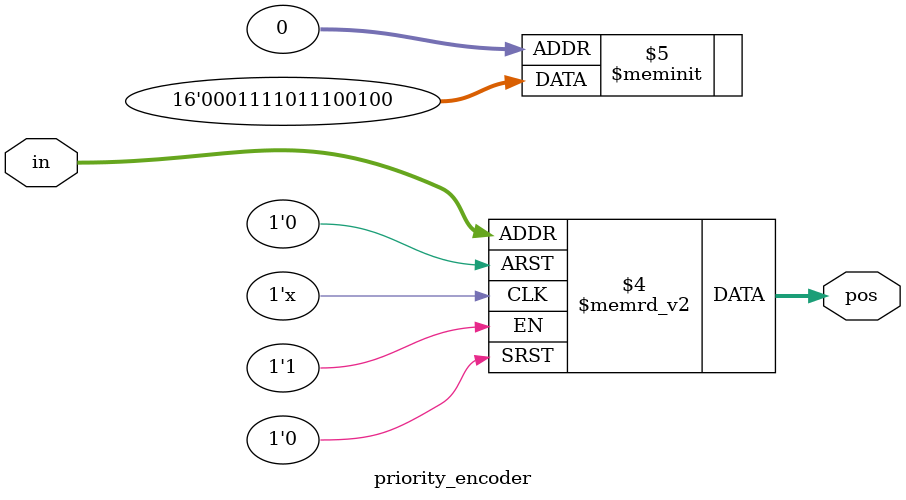
<source format=v>
module priority_encoder( 
input [2:0] in,
output reg [1:0] pos ); 
// When sel=1, assign b to out
always @ (in or pos)
begin
	case(in)
	3'b000: pos <= 2'b00;
	3'b001: pos <= 2'b01;
	3'b010: pos <= 2'b10;
	3'b011: pos <= 2'b11;
	3'b100: pos <= 2'b10;
	3'b101: pos <= 2'b11;
	3'b110: pos <= 2'b01;
	3'b111: pos <= 2'b00;
	endcase
end
endmodule

</source>
